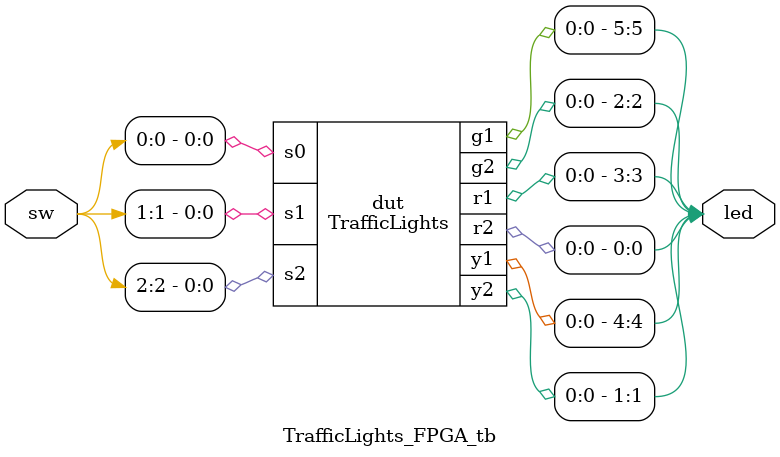
<source format=v>
`timescale 1ns / 1ps

module TrafficLights(output g1,y1,r1,g2,y2,r2, input s0, s1, s2);
assign g1 = (~s0)&(~s1)&~(s2);
assign y1 = (s0)&(~s1)&(~s2);
assign g2 = (s0)&(s1)&(~s2);
assign y2 = (~s0)&(~s1)&(s2);
assign r1 = (~s0&s1&~s2)|(s0&s1&~s2)|(~s0&~s1&s2)|(s0&~s1&s2);
assign r2 = (~s0&~s1&~s2)|(s0&~s1&~s2)|(~s0&s1&~s2)|(s0&~s1&s2);
endmodule

//module TrafficLights_tb();
//reg s0,s1,s2;
//wire g1,y1,r1,g2,y2,r2;
//integer i;
//initial begin
//s0 = 0; s1 = 0; s2 = 0;#10
//for(i = 0; i<7;i=i+1)begin
//{s2,s1,s0} = {s2,s1,s0}+1;#10;
//end
//end

//TrafficLights UUT(.s0(s0),.s1(s1),.s2(s2),
//                  .g1(g1),.y1(y1),.r1(r1),
//                  .g2(g2),.y2(y2),.r2(r2));
//endmodule

module TrafficLights_FPGA_tb(input [15:0]sw, output [15:0]led);
TrafficLights dut(
                   .s0(sw[0]),.s1(sw[1]),.s2(sw[2]),
                   .r2(led[0]),.y2(led[1]),.g2(led[2]),
                   .r1(led[3]),.y1(led[4]),.g1(led[5])
                   );
endmodule

</source>
